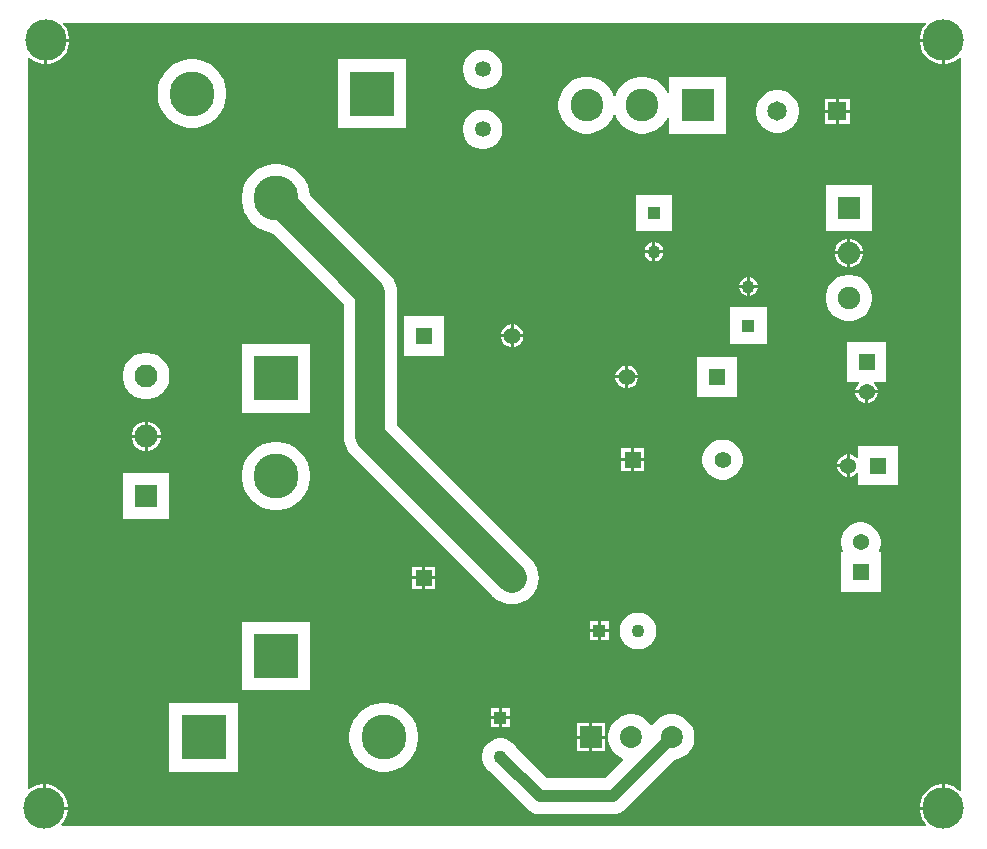
<source format=gbl>
G04*
G04 #@! TF.GenerationSoftware,Altium Limited,Altium Designer,23.7.1 (13)*
G04*
G04 Layer_Physical_Order=2*
G04 Layer_Color=16711680*
%FSLAX44Y44*%
%MOMM*%
G71*
G04*
G04 #@! TF.SameCoordinates,A9341A08-D9DD-44F6-B1FE-122BD565C652*
G04*
G04*
G04 #@! TF.FilePolarity,Positive*
G04*
G01*
G75*
%ADD42C,2.5000*%
%ADD43R,3.8100X3.8100*%
%ADD44C,3.8100*%
%ADD45C,1.9500*%
%ADD46R,1.9500X1.9500*%
%ADD47C,1.3500*%
%ADD48R,1.4000X1.4000*%
%ADD49C,1.4000*%
%ADD50R,3.8100X3.8100*%
%ADD51R,2.7750X2.7750*%
%ADD52C,2.7750*%
%ADD53C,1.6500*%
%ADD54R,1.6500X1.6500*%
%ADD55C,1.3700*%
%ADD56R,1.3700X1.3700*%
%ADD57R,1.3700X1.3700*%
%ADD58C,1.1000*%
%ADD59R,1.1000X1.1000*%
%ADD60R,1.1000X1.1000*%
%ADD61C,1.8600*%
%ADD62R,1.8600X1.8600*%
%ADD63C,1.9100*%
%ADD64R,1.9100X1.9100*%
%ADD65C,3.5000*%
%ADD66C,1.0000*%
G36*
X1025486Y1178827D02*
X1024434Y1177775D01*
X1022241Y1174492D01*
X1020730Y1170845D01*
X1019960Y1166974D01*
Y1166270D01*
X1040000D01*
Y1165000D01*
X1041270D01*
Y1144960D01*
X1041974D01*
X1045845Y1145730D01*
X1049492Y1147241D01*
X1052775Y1149434D01*
X1053827Y1150486D01*
X1055000Y1150000D01*
Y530000D01*
X1053827Y529514D01*
X1052775Y530566D01*
X1049492Y532759D01*
X1045845Y534270D01*
X1041974Y535040D01*
X1041270D01*
Y515000D01*
X1040000D01*
Y513730D01*
X1019960D01*
Y513026D01*
X1020730Y509155D01*
X1022241Y505508D01*
X1024434Y502225D01*
X1025486Y501173D01*
X1025000Y500000D01*
X293730D01*
X293244Y501173D01*
X294296Y502225D01*
X296489Y505508D01*
X298000Y509155D01*
X298770Y513026D01*
Y513730D01*
X278730D01*
Y515000D01*
X277460D01*
Y535040D01*
X276756D01*
X272885Y534270D01*
X269237Y532759D01*
X266270Y530776D01*
X265000Y531248D01*
Y1150000D01*
X266173Y1150486D01*
X267225Y1149434D01*
X270508Y1147241D01*
X274154Y1145730D01*
X278026Y1144960D01*
X278730D01*
Y1165000D01*
X280000D01*
Y1166270D01*
X300040D01*
Y1166974D01*
X299270Y1170845D01*
X297759Y1174492D01*
X295566Y1177775D01*
X294514Y1178827D01*
X295000Y1180000D01*
X1025000D01*
X1025486Y1178827D01*
D02*
G37*
%LPC*%
G36*
X1038730Y1163730D02*
X1019960D01*
Y1163026D01*
X1020730Y1159155D01*
X1022241Y1155508D01*
X1024434Y1152225D01*
X1027225Y1149434D01*
X1030508Y1147241D01*
X1034155Y1145730D01*
X1038026Y1144960D01*
X1038730D01*
Y1163730D01*
D02*
G37*
G36*
X300040D02*
X281270D01*
Y1144960D01*
X281974D01*
X285846Y1145730D01*
X289492Y1147241D01*
X292775Y1149434D01*
X295566Y1152225D01*
X297759Y1155508D01*
X299270Y1159155D01*
X300040Y1163026D01*
Y1163730D01*
D02*
G37*
G36*
X651650Y1157150D02*
X648350D01*
X645114Y1156506D01*
X642066Y1155244D01*
X639323Y1153411D01*
X636989Y1151077D01*
X635156Y1148334D01*
X633894Y1145286D01*
X633250Y1142050D01*
Y1138750D01*
X633894Y1135514D01*
X635156Y1132466D01*
X636989Y1129723D01*
X639323Y1127389D01*
X642066Y1125556D01*
X645114Y1124294D01*
X648350Y1123650D01*
X651650D01*
X654886Y1124294D01*
X657934Y1125556D01*
X660677Y1127389D01*
X663011Y1129723D01*
X664844Y1132466D01*
X666106Y1135514D01*
X666750Y1138750D01*
Y1142050D01*
X666106Y1145286D01*
X664844Y1148334D01*
X663011Y1151077D01*
X660677Y1153411D01*
X657934Y1155244D01*
X654886Y1156506D01*
X651650Y1157150D01*
D02*
G37*
G36*
X855875Y1133875D02*
X808125D01*
Y1119878D01*
X806855Y1119626D01*
X806158Y1121309D01*
X803545Y1125219D01*
X800219Y1128545D01*
X796309Y1131158D01*
X791964Y1132958D01*
X787352Y1133875D01*
X782648D01*
X778036Y1132958D01*
X773691Y1131158D01*
X769781Y1128545D01*
X766455Y1125219D01*
X763842Y1121309D01*
X762167Y1117265D01*
X761814Y1117177D01*
X761186D01*
X760833Y1117265D01*
X759158Y1121309D01*
X756545Y1125219D01*
X753219Y1128545D01*
X749309Y1131158D01*
X744964Y1132958D01*
X740351Y1133875D01*
X735648D01*
X731036Y1132958D01*
X726691Y1131158D01*
X722781Y1128545D01*
X719455Y1125219D01*
X716842Y1121309D01*
X715042Y1116964D01*
X714125Y1112352D01*
Y1107648D01*
X715042Y1103036D01*
X716842Y1098691D01*
X719455Y1094781D01*
X722781Y1091455D01*
X726691Y1088842D01*
X731036Y1087042D01*
X735648Y1086125D01*
X740351D01*
X744964Y1087042D01*
X749309Y1088842D01*
X753219Y1091455D01*
X756545Y1094781D01*
X759158Y1098691D01*
X760833Y1102735D01*
X761186Y1102823D01*
X761814D01*
X762167Y1102735D01*
X763842Y1098691D01*
X766455Y1094781D01*
X769781Y1091455D01*
X773691Y1088842D01*
X778036Y1087042D01*
X782648Y1086125D01*
X787352D01*
X791964Y1087042D01*
X796309Y1088842D01*
X800219Y1091455D01*
X803545Y1094781D01*
X806158Y1098691D01*
X806855Y1100374D01*
X808125Y1100122D01*
Y1086125D01*
X855875D01*
Y1133875D01*
D02*
G37*
G36*
X961190Y1115790D02*
X951670D01*
Y1106270D01*
X961190D01*
Y1115790D01*
D02*
G37*
G36*
X949130D02*
X939610D01*
Y1106270D01*
X949130D01*
Y1115790D01*
D02*
G37*
G36*
X961190Y1103730D02*
X951670D01*
Y1094210D01*
X961190D01*
Y1103730D01*
D02*
G37*
G36*
X949130D02*
X939610D01*
Y1094210D01*
X949130D01*
Y1103730D01*
D02*
G37*
G36*
X585250Y1149050D02*
X527150D01*
Y1090950D01*
X585250D01*
Y1149050D01*
D02*
G37*
G36*
X406086D02*
X401514D01*
X396997Y1148335D01*
X392649Y1146922D01*
X388574Y1144846D01*
X384875Y1142158D01*
X381642Y1138925D01*
X378954Y1135226D01*
X376878Y1131151D01*
X375465Y1126803D01*
X374750Y1122286D01*
Y1117714D01*
X375465Y1113197D01*
X376878Y1108849D01*
X378954Y1104774D01*
X381642Y1101075D01*
X384875Y1097842D01*
X388574Y1095154D01*
X392649Y1093078D01*
X396997Y1091665D01*
X401514Y1090950D01*
X406086D01*
X410603Y1091665D01*
X414951Y1093078D01*
X419025Y1095154D01*
X422725Y1097842D01*
X425958Y1101075D01*
X428646Y1104774D01*
X430722Y1108849D01*
X432135Y1113197D01*
X432850Y1117714D01*
Y1122286D01*
X432135Y1126803D01*
X430722Y1131151D01*
X428646Y1135226D01*
X425958Y1138925D01*
X422725Y1142158D01*
X419025Y1144846D01*
X414951Y1146922D01*
X410603Y1148335D01*
X406086Y1149050D01*
D02*
G37*
G36*
X901397Y1123250D02*
X897803D01*
X894277Y1122549D01*
X890955Y1121173D01*
X887966Y1119176D01*
X885424Y1116634D01*
X883427Y1113645D01*
X882051Y1110323D01*
X881350Y1106797D01*
Y1103203D01*
X882051Y1099677D01*
X883427Y1096355D01*
X885424Y1093366D01*
X887966Y1090824D01*
X890955Y1088827D01*
X894277Y1087451D01*
X897803Y1086750D01*
X901397D01*
X904923Y1087451D01*
X908245Y1088827D01*
X911234Y1090824D01*
X913776Y1093366D01*
X915773Y1096355D01*
X917149Y1099677D01*
X917850Y1103203D01*
Y1106797D01*
X917149Y1110323D01*
X915773Y1113645D01*
X913776Y1116634D01*
X911234Y1119176D01*
X908245Y1121173D01*
X904923Y1122549D01*
X901397Y1123250D01*
D02*
G37*
G36*
X651650Y1106350D02*
X648350D01*
X645114Y1105706D01*
X642066Y1104444D01*
X639323Y1102611D01*
X636989Y1100277D01*
X635156Y1097534D01*
X633894Y1094486D01*
X633250Y1091250D01*
Y1087950D01*
X633894Y1084714D01*
X635156Y1081666D01*
X636989Y1078923D01*
X639323Y1076589D01*
X642066Y1074756D01*
X645114Y1073494D01*
X648350Y1072850D01*
X651650D01*
X654886Y1073494D01*
X657934Y1074756D01*
X660677Y1076589D01*
X663011Y1078923D01*
X664844Y1081666D01*
X666106Y1084714D01*
X666750Y1087950D01*
Y1091250D01*
X666106Y1094486D01*
X664844Y1097534D01*
X663011Y1100277D01*
X660677Y1102611D01*
X657934Y1104444D01*
X654886Y1105706D01*
X651650Y1106350D01*
D02*
G37*
G36*
X979550Y1042750D02*
X940450D01*
Y1003650D01*
X979550D01*
Y1042750D01*
D02*
G37*
G36*
X810500Y1034510D02*
X779500D01*
Y1003510D01*
X810500D01*
Y1034510D01*
D02*
G37*
G36*
X796270Y993973D02*
Y987260D01*
X802983D01*
X802492Y989093D01*
X801434Y990927D01*
X799937Y992424D01*
X798103Y993482D01*
X796270Y993973D01*
D02*
G37*
G36*
X793730Y993973D02*
X791897Y993482D01*
X790063Y992424D01*
X788566Y990927D01*
X787508Y989093D01*
X787017Y987260D01*
X793730D01*
Y993973D01*
D02*
G37*
G36*
X961592Y997090D02*
X961270D01*
Y986270D01*
X972090D01*
Y986592D01*
X971266Y989667D01*
X969674Y992423D01*
X967423Y994674D01*
X964667Y996266D01*
X961592Y997090D01*
D02*
G37*
G36*
X958730D02*
X958408D01*
X955333Y996266D01*
X952577Y994674D01*
X950326Y992423D01*
X948734Y989667D01*
X947910Y986592D01*
Y986270D01*
X958730D01*
Y997090D01*
D02*
G37*
G36*
X793730Y984720D02*
X787017D01*
X787508Y982887D01*
X788566Y981053D01*
X790063Y979556D01*
X791897Y978498D01*
X793730Y978007D01*
Y984720D01*
D02*
G37*
G36*
X802983D02*
X796270D01*
Y978007D01*
X798103Y978498D01*
X799937Y979556D01*
X801434Y981053D01*
X802492Y982887D01*
X802983Y984720D01*
D02*
G37*
G36*
X972090Y983730D02*
X961270D01*
Y972910D01*
X961592D01*
X964667Y973734D01*
X967423Y975326D01*
X969674Y977577D01*
X971266Y980333D01*
X972090Y983408D01*
Y983730D01*
D02*
G37*
G36*
X958730D02*
X947910D01*
Y983408D01*
X948734Y980333D01*
X950326Y977577D01*
X952577Y975326D01*
X955333Y973734D01*
X958408Y972910D01*
X958730D01*
Y983730D01*
D02*
G37*
G36*
X876270Y964493D02*
Y957780D01*
X882983D01*
X882492Y959613D01*
X881434Y961447D01*
X879937Y962944D01*
X878103Y964002D01*
X876270Y964493D01*
D02*
G37*
G36*
X873730Y964493D02*
X871897Y964002D01*
X870063Y962944D01*
X868566Y961447D01*
X867508Y959613D01*
X867017Y957780D01*
X873730D01*
Y964493D01*
D02*
G37*
G36*
Y955240D02*
X867017D01*
X867508Y953407D01*
X868566Y951573D01*
X870063Y950076D01*
X871897Y949018D01*
X873730Y948527D01*
Y955240D01*
D02*
G37*
G36*
X882983D02*
X876270D01*
Y948527D01*
X878103Y949018D01*
X879937Y950076D01*
X881434Y951573D01*
X882492Y953407D01*
X882983Y955240D01*
D02*
G37*
G36*
X961926Y966550D02*
X958074D01*
X954297Y965799D01*
X950740Y964325D01*
X947538Y962186D01*
X944815Y959462D01*
X942675Y956260D01*
X941201Y952702D01*
X940450Y948925D01*
Y945074D01*
X941201Y941298D01*
X942675Y937740D01*
X944815Y934538D01*
X947538Y931814D01*
X950740Y929675D01*
X954297Y928201D01*
X958074Y927450D01*
X961926D01*
X965703Y928201D01*
X969260Y929675D01*
X972462Y931814D01*
X975185Y934538D01*
X977325Y937740D01*
X978799Y941298D01*
X979550Y945074D01*
Y948925D01*
X978799Y952702D01*
X977325Y956260D01*
X975185Y959462D01*
X972462Y962186D01*
X969260Y964325D01*
X965703Y965799D01*
X961926Y966550D01*
D02*
G37*
G36*
X676270Y924536D02*
Y916270D01*
X684536D01*
X683890Y918682D01*
X682634Y920858D01*
X680858Y922634D01*
X678682Y923890D01*
X676270Y924536D01*
D02*
G37*
G36*
X673730D02*
X671318Y923890D01*
X669142Y922634D01*
X667366Y920858D01*
X666110Y918682D01*
X665464Y916270D01*
X673730D01*
Y924536D01*
D02*
G37*
G36*
X890500Y938990D02*
X859500D01*
Y907990D01*
X890500D01*
Y938990D01*
D02*
G37*
G36*
X684536Y913730D02*
X676270D01*
Y905464D01*
X678682Y906110D01*
X680858Y907366D01*
X682634Y909142D01*
X683890Y911318D01*
X684536Y913730D01*
D02*
G37*
G36*
X673730D02*
X665464D01*
X666110Y911318D01*
X667366Y909142D01*
X669142Y907366D01*
X671318Y906110D01*
X673730Y905464D01*
Y913730D01*
D02*
G37*
G36*
X617000Y932000D02*
X583000D01*
Y898000D01*
X617000D01*
Y932000D01*
D02*
G37*
G36*
X773170Y889536D02*
Y881270D01*
X781436D01*
X780790Y883682D01*
X779534Y885858D01*
X777758Y887634D01*
X775582Y888890D01*
X773170Y889536D01*
D02*
G37*
G36*
X770630D02*
X768218Y888890D01*
X766042Y887634D01*
X764266Y885858D01*
X763010Y883682D01*
X762364Y881270D01*
X770630D01*
Y889536D01*
D02*
G37*
G36*
X781436Y878730D02*
X773170D01*
Y870464D01*
X775582Y871110D01*
X777758Y872366D01*
X779534Y874142D01*
X780790Y876318D01*
X781436Y878730D01*
D02*
G37*
G36*
X770630D02*
X762364D01*
X763010Y876318D01*
X764266Y874142D01*
X766042Y872366D01*
X768218Y871110D01*
X770630Y870464D01*
Y878730D01*
D02*
G37*
G36*
X991850Y909550D02*
X958150D01*
Y875850D01*
X968670D01*
X969000Y874580D01*
X967486Y873066D01*
X966250Y870924D01*
X965619Y868570D01*
X975000D01*
X984381D01*
X983750Y870924D01*
X982514Y873066D01*
X981000Y874580D01*
X981330Y875850D01*
X991850D01*
Y909550D01*
D02*
G37*
G36*
X865100Y897000D02*
X831100D01*
Y863000D01*
X865100D01*
Y897000D01*
D02*
G37*
G36*
X366945Y900550D02*
X363055D01*
X359239Y899791D01*
X355645Y898302D01*
X352410Y896141D01*
X349659Y893390D01*
X347498Y890155D01*
X346009Y886561D01*
X345250Y882745D01*
Y878855D01*
X346009Y875039D01*
X347498Y871445D01*
X349659Y868210D01*
X352410Y865459D01*
X355645Y863298D01*
X359239Y861809D01*
X363055Y861050D01*
X366945D01*
X370761Y861809D01*
X374355Y863298D01*
X377590Y865459D01*
X380341Y868210D01*
X382502Y871445D01*
X383991Y875039D01*
X384750Y878855D01*
Y882745D01*
X383991Y886561D01*
X382502Y890155D01*
X380341Y893390D01*
X377590Y896141D01*
X374355Y898302D01*
X370761Y899791D01*
X366945Y900550D01*
D02*
G37*
G36*
X984381Y866030D02*
X976270D01*
Y857919D01*
X978624Y858550D01*
X980766Y859786D01*
X982514Y861534D01*
X983750Y863676D01*
X984381Y866030D01*
D02*
G37*
G36*
X973730D02*
X965619D01*
X966250Y863676D01*
X967486Y861534D01*
X969234Y859786D01*
X971376Y858550D01*
X973730Y857919D01*
Y866030D01*
D02*
G37*
G36*
X504050Y907850D02*
X445950D01*
Y849750D01*
X504050D01*
Y907850D01*
D02*
G37*
G36*
X366618Y842290D02*
X366270D01*
Y831270D01*
X377290D01*
Y831618D01*
X376452Y834744D01*
X374835Y837546D01*
X372546Y839834D01*
X369744Y841452D01*
X366618Y842290D01*
D02*
G37*
G36*
X363730D02*
X363382D01*
X360256Y841452D01*
X357454Y839834D01*
X355166Y837546D01*
X353548Y834744D01*
X352710Y831618D01*
Y831270D01*
X363730D01*
Y842290D01*
D02*
G37*
G36*
X377290Y828730D02*
X366270D01*
Y817710D01*
X366618D01*
X369744Y818548D01*
X372546Y820165D01*
X374835Y822454D01*
X376452Y825256D01*
X377290Y828382D01*
Y828730D01*
D02*
G37*
G36*
X363730D02*
X352710D01*
Y828382D01*
X353548Y825256D01*
X355166Y822454D01*
X357454Y820165D01*
X360256Y818548D01*
X363382Y817710D01*
X363730D01*
Y828730D01*
D02*
G37*
G36*
X786440Y819540D02*
X778170D01*
Y811270D01*
X786440D01*
Y819540D01*
D02*
G37*
G36*
X775630D02*
X767360D01*
Y811270D01*
X775630D01*
Y819540D01*
D02*
G37*
G36*
X1001850Y821850D02*
X968150D01*
Y811330D01*
X966880Y811000D01*
X965366Y812514D01*
X963224Y813750D01*
X960870Y814381D01*
Y805000D01*
Y795619D01*
X963224Y796250D01*
X965366Y797486D01*
X966880Y799000D01*
X968150Y798670D01*
Y788150D01*
X1001850D01*
Y821850D01*
D02*
G37*
G36*
X958330Y814381D02*
X955976Y813750D01*
X953834Y812514D01*
X952086Y810766D01*
X950850Y808624D01*
X950219Y806270D01*
X958330D01*
Y814381D01*
D02*
G37*
G36*
X786440Y808730D02*
X778170D01*
Y800460D01*
X786440D01*
Y808730D01*
D02*
G37*
G36*
X775630D02*
X767360D01*
Y800460D01*
X775630D01*
Y808730D01*
D02*
G37*
G36*
X958330Y803730D02*
X950219D01*
X950850Y801376D01*
X952086Y799234D01*
X953834Y797486D01*
X955976Y796250D01*
X958330Y795619D01*
Y803730D01*
D02*
G37*
G36*
X854774Y827000D02*
X851426D01*
X848141Y826347D01*
X845048Y825065D01*
X842263Y823205D01*
X839895Y820837D01*
X838035Y818053D01*
X836753Y814959D01*
X836100Y811674D01*
Y808326D01*
X836753Y805041D01*
X838035Y801947D01*
X839895Y799163D01*
X842263Y796795D01*
X845048Y794935D01*
X848141Y793653D01*
X851426Y793000D01*
X854774D01*
X858059Y793653D01*
X861152Y794935D01*
X863937Y796795D01*
X866305Y799163D01*
X868165Y801947D01*
X869447Y805041D01*
X870100Y808326D01*
Y811674D01*
X869447Y814959D01*
X868165Y818053D01*
X866305Y820837D01*
X863937Y823205D01*
X861152Y825065D01*
X858059Y826347D01*
X854774Y827000D01*
D02*
G37*
G36*
X477286Y825250D02*
X472714D01*
X468197Y824535D01*
X463849Y823122D01*
X459775Y821046D01*
X456075Y818358D01*
X452842Y815125D01*
X450154Y811425D01*
X448078Y807351D01*
X446665Y803003D01*
X445950Y798486D01*
Y793914D01*
X446665Y789398D01*
X448078Y785049D01*
X450154Y780975D01*
X452842Y777275D01*
X456075Y774042D01*
X459775Y771354D01*
X463849Y769278D01*
X468197Y767865D01*
X472714Y767150D01*
X477286D01*
X481802Y767865D01*
X486151Y769278D01*
X490225Y771354D01*
X493925Y774042D01*
X497158Y777275D01*
X499846Y780975D01*
X501922Y785049D01*
X503335Y789398D01*
X504050Y793914D01*
Y798486D01*
X503335Y803003D01*
X501922Y807351D01*
X499846Y811425D01*
X497158Y815125D01*
X493925Y818358D01*
X490225Y821046D01*
X486151Y823122D01*
X481802Y824535D01*
X477286Y825250D01*
D02*
G37*
G36*
X384750Y798950D02*
X345250D01*
Y759450D01*
X384750D01*
Y798950D01*
D02*
G37*
G36*
X609540Y719540D02*
X601270D01*
Y711270D01*
X609540D01*
Y719540D01*
D02*
G37*
G36*
X598730D02*
X590460D01*
Y711270D01*
X598730D01*
Y719540D01*
D02*
G37*
G36*
X609540Y708730D02*
X601270D01*
Y700460D01*
X609540D01*
Y708730D01*
D02*
G37*
G36*
X598730D02*
X590460D01*
Y700460D01*
X598730D01*
Y708730D01*
D02*
G37*
G36*
X971660Y756850D02*
X968340D01*
X965085Y756202D01*
X962019Y754932D01*
X959259Y753088D01*
X956912Y750741D01*
X955068Y747981D01*
X953798Y744915D01*
X953150Y741660D01*
Y738340D01*
X953798Y735085D01*
X954777Y732720D01*
X953977Y731450D01*
X953150D01*
Y697750D01*
X986850D01*
Y731450D01*
X986023D01*
X985223Y732720D01*
X986202Y735085D01*
X986850Y738340D01*
Y741660D01*
X986202Y744915D01*
X984932Y747981D01*
X983088Y750741D01*
X980741Y753088D01*
X977981Y754932D01*
X974915Y756202D01*
X971660Y756850D01*
D02*
G37*
G36*
X477286Y1060250D02*
X472714D01*
X468197Y1059535D01*
X463849Y1058122D01*
X459775Y1056046D01*
X456075Y1053358D01*
X452842Y1050125D01*
X450154Y1046425D01*
X448078Y1042351D01*
X446665Y1038002D01*
X445950Y1033486D01*
Y1028914D01*
X446665Y1024397D01*
X448078Y1020049D01*
X450154Y1015975D01*
X452842Y1012275D01*
X456075Y1009042D01*
X459775Y1006354D01*
X463849Y1004278D01*
X468197Y1002865D01*
X471956Y1002270D01*
X532391Y941835D01*
Y830000D01*
X532826Y825589D01*
X534112Y821348D01*
X536201Y817439D01*
X539013Y814013D01*
X659013Y694013D01*
X662439Y691201D01*
X666348Y689112D01*
X670589Y687826D01*
X675000Y687391D01*
X679411Y687826D01*
X683652Y689112D01*
X687561Y691201D01*
X690987Y694013D01*
X693799Y697439D01*
X695888Y701348D01*
X697174Y705589D01*
X697609Y710000D01*
X697174Y714411D01*
X695888Y718652D01*
X693799Y722561D01*
X690987Y725987D01*
X577609Y839365D01*
Y951200D01*
X577174Y955611D01*
X575888Y959852D01*
X573799Y963761D01*
X570987Y967187D01*
X503930Y1034244D01*
X503335Y1038002D01*
X501922Y1042351D01*
X499846Y1046425D01*
X497158Y1050125D01*
X493925Y1053358D01*
X490225Y1056046D01*
X486151Y1058122D01*
X481802Y1059535D01*
X477286Y1060250D01*
D02*
G37*
G36*
X756530Y673040D02*
X749760D01*
Y666270D01*
X756530D01*
Y673040D01*
D02*
G37*
G36*
X747220D02*
X740450D01*
Y666270D01*
X747220D01*
Y673040D01*
D02*
G37*
G36*
X756530Y663730D02*
X749760D01*
Y656960D01*
X756530D01*
Y663730D01*
D02*
G37*
G36*
X747220D02*
X740450D01*
Y656960D01*
X747220D01*
Y663730D01*
D02*
G37*
G36*
X783037Y680500D02*
X779983D01*
X776989Y679904D01*
X774168Y678736D01*
X771629Y677040D01*
X769470Y674881D01*
X767774Y672342D01*
X766606Y669521D01*
X766010Y666527D01*
Y663473D01*
X766606Y660479D01*
X767774Y657658D01*
X769470Y655119D01*
X771629Y652960D01*
X774168Y651264D01*
X776989Y650096D01*
X779983Y649500D01*
X783037D01*
X786031Y650096D01*
X788852Y651264D01*
X791391Y652960D01*
X793550Y655119D01*
X795246Y657658D01*
X796414Y660479D01*
X797010Y663473D01*
Y666527D01*
X796414Y669521D01*
X795246Y672342D01*
X793550Y674881D01*
X791391Y677040D01*
X788852Y678736D01*
X786031Y679904D01*
X783037Y680500D01*
D02*
G37*
G36*
X504050Y672850D02*
X445950D01*
Y614750D01*
X504050D01*
Y672850D01*
D02*
G37*
G36*
X673040Y599550D02*
X666270D01*
Y592780D01*
X673040D01*
Y599550D01*
D02*
G37*
G36*
X663730D02*
X656960D01*
Y592780D01*
X663730D01*
Y599550D01*
D02*
G37*
G36*
X811901Y594300D02*
X808099D01*
X804370Y593558D01*
X800858Y592103D01*
X797697Y589991D01*
X795009Y587303D01*
X793619Y585223D01*
X792091D01*
X790701Y587303D01*
X788013Y589991D01*
X784852Y592103D01*
X781340Y593558D01*
X777611Y594300D01*
X773809D01*
X770080Y593558D01*
X766568Y592103D01*
X763407Y589991D01*
X760719Y587303D01*
X758607Y584142D01*
X757152Y580630D01*
X756410Y576901D01*
Y573099D01*
X757152Y569370D01*
X758607Y565858D01*
X760719Y562697D01*
X763407Y560009D01*
X766568Y557896D01*
X768896Y556932D01*
X769194Y555434D01*
X753832Y540073D01*
X704733D01*
X678257Y566549D01*
X677040Y568371D01*
X674881Y570530D01*
X672342Y572226D01*
X669521Y573394D01*
X666527Y573990D01*
X663473D01*
X660479Y573394D01*
X657658Y572226D01*
X655119Y570530D01*
X652960Y568371D01*
X651264Y565832D01*
X650096Y563011D01*
X649500Y560017D01*
Y556963D01*
X650096Y553969D01*
X651264Y551148D01*
X652960Y548609D01*
X655119Y546450D01*
X656941Y545233D01*
X687832Y514342D01*
X690116Y512468D01*
X692722Y511075D01*
X695549Y510217D01*
X698490Y509927D01*
X760075D01*
X763016Y510217D01*
X765843Y511075D01*
X768449Y512468D01*
X770733Y514342D01*
X812139Y555747D01*
X815630Y556442D01*
X819142Y557896D01*
X822303Y560009D01*
X824991Y562697D01*
X827104Y565858D01*
X828558Y569370D01*
X829300Y573099D01*
Y576901D01*
X828558Y580630D01*
X827104Y584142D01*
X824991Y587303D01*
X822303Y589991D01*
X819142Y592103D01*
X815630Y593558D01*
X811901Y594300D01*
D02*
G37*
G36*
X673040Y590240D02*
X666270D01*
Y583470D01*
X673040D01*
Y590240D01*
D02*
G37*
G36*
X663730D02*
X656960D01*
Y583470D01*
X663730D01*
Y590240D01*
D02*
G37*
G36*
X753260Y586840D02*
X742690D01*
Y576270D01*
X753260D01*
Y586840D01*
D02*
G37*
G36*
X740150D02*
X729580D01*
Y576270D01*
X740150D01*
Y586840D01*
D02*
G37*
G36*
X753260Y573730D02*
X742690D01*
Y563160D01*
X753260D01*
Y573730D01*
D02*
G37*
G36*
X740150D02*
X729580D01*
Y563160D01*
X740150D01*
Y573730D01*
D02*
G37*
G36*
X568486Y604050D02*
X563914D01*
X559398Y603335D01*
X555049Y601922D01*
X550975Y599846D01*
X547275Y597158D01*
X544042Y593925D01*
X541354Y590225D01*
X539278Y586151D01*
X537865Y581802D01*
X537150Y577286D01*
Y572714D01*
X537865Y568197D01*
X539278Y563849D01*
X541354Y559775D01*
X544042Y556075D01*
X547275Y552842D01*
X550975Y550154D01*
X555049Y548078D01*
X559398Y546665D01*
X563914Y545950D01*
X568486D01*
X573003Y546665D01*
X577351Y548078D01*
X581426Y550154D01*
X585125Y552842D01*
X588358Y556075D01*
X591046Y559775D01*
X593122Y563849D01*
X594535Y568197D01*
X595250Y572714D01*
Y577286D01*
X594535Y581802D01*
X593122Y586151D01*
X591046Y590225D01*
X588358Y593925D01*
X585125Y597158D01*
X581426Y599846D01*
X577351Y601922D01*
X573003Y603335D01*
X568486Y604050D01*
D02*
G37*
G36*
X442850D02*
X384750D01*
Y545950D01*
X442850D01*
Y604050D01*
D02*
G37*
G36*
X1038730Y535040D02*
X1038026D01*
X1034155Y534270D01*
X1030508Y532759D01*
X1027225Y530566D01*
X1024434Y527775D01*
X1022241Y524492D01*
X1020730Y520845D01*
X1019960Y516974D01*
Y516270D01*
X1038730D01*
Y535040D01*
D02*
G37*
G36*
X280704D02*
X280000D01*
Y516270D01*
X298770D01*
Y516974D01*
X298000Y520845D01*
X296489Y524492D01*
X294296Y527775D01*
X291505Y530566D01*
X288223Y532759D01*
X284576Y534270D01*
X280704Y535040D01*
D02*
G37*
%LPD*%
D42*
X475000Y1031200D02*
X555000Y951200D01*
Y830000D02*
X675000Y710000D01*
X555000Y830000D02*
Y951200D01*
D43*
X413800Y575000D02*
D03*
X556200Y1120000D02*
D03*
D44*
X566200Y575000D02*
D03*
X475000Y1031200D02*
D03*
Y796200D02*
D03*
X403800Y1120000D02*
D03*
D45*
X365000Y880800D02*
D03*
Y830000D02*
D03*
D46*
Y779200D02*
D03*
D47*
X650000Y1140400D02*
D03*
Y1089600D02*
D03*
D48*
X600000Y915000D02*
D03*
Y710000D02*
D03*
X848100Y880000D02*
D03*
X776900Y810000D02*
D03*
D49*
X675000Y915000D02*
D03*
Y710000D02*
D03*
X771900Y880000D02*
D03*
X853100Y810000D02*
D03*
D50*
X475000Y878800D02*
D03*
Y643800D02*
D03*
D51*
X832000Y1110000D02*
D03*
D52*
X785000D02*
D03*
X738000D02*
D03*
D53*
X899600Y1105000D02*
D03*
D54*
X950400D02*
D03*
D55*
X975000Y867300D02*
D03*
X970000Y740000D02*
D03*
X959600Y805000D02*
D03*
D56*
X975000Y892700D02*
D03*
X970000Y714600D02*
D03*
D57*
X985000Y805000D02*
D03*
D58*
X795000Y985990D02*
D03*
X781510Y665000D02*
D03*
X875000Y956510D02*
D03*
X665000Y558490D02*
D03*
D59*
X795000Y1019010D02*
D03*
X875000Y923490D02*
D03*
X665000Y591510D02*
D03*
D60*
X748490Y665000D02*
D03*
D61*
X810000Y575000D02*
D03*
X775710D02*
D03*
D62*
X741420D02*
D03*
D63*
X960000Y947000D02*
D03*
Y985000D02*
D03*
D64*
Y1023200D02*
D03*
D65*
X280000Y1165000D02*
D03*
X278730Y515000D02*
D03*
X1040000D02*
D03*
Y1165000D02*
D03*
D66*
X810000Y574925D02*
Y575000D01*
X760075Y525000D02*
X810000Y574925D01*
X698490Y525000D02*
X760075D01*
X665000Y558490D02*
X698490Y525000D01*
M02*

</source>
